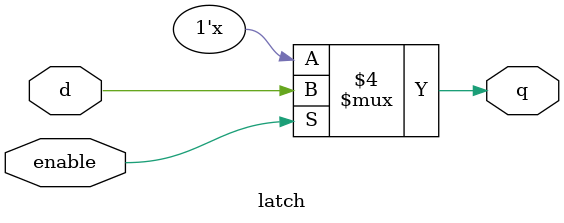
<source format=v>
module latch(
    input d,
    input enable,
    output reg q=0
);
always @(*)begin //logicamente solo deberia tener en cuenta d pero por algunas cuestiones de verilog es conveniente tener en cuenta enable tambien
    if(enable)
        q=d;
end

endmodule
</source>
